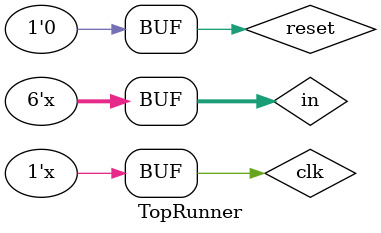
<source format=v>
`timescale 1ns / 1ps


module TopRunner;

	// Inputs
	reg [5:0] in;
	reg clk;
	reg reset;

	// Outputs
	wire [6:0] NUM;
	wire [3:0] AN;

	// Instantiate the Unit Under Test (UUT)
	TopModule uut (
		.in(in), 
		.clk(clk), 
		.reset(reset), 
		.NUM(NUM), 
		.AN(AN)
	);

	initial begin
		// Initialize Inputs
		in = 0;
		clk = 0;
		reset = 0;

	end
      
		always begin
		#1 clk = ~clk; //100MHz baby
		end
		always begin
		#100000000 in = in + 1'b1;
		end
endmodule


</source>
